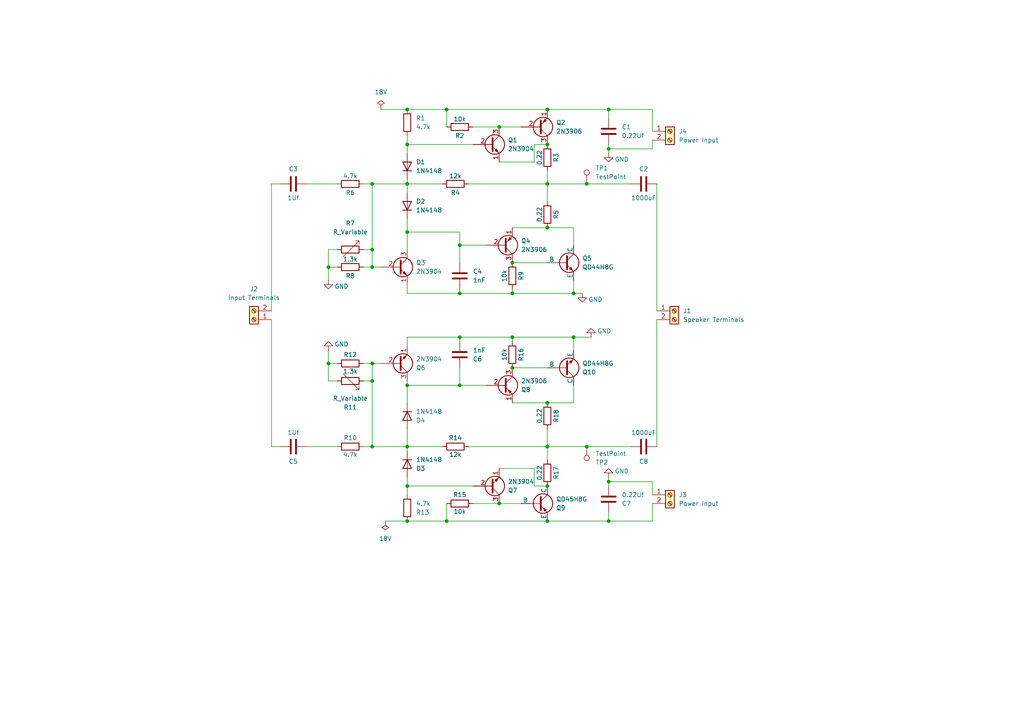
<source format=kicad_sch>
(kicad_sch (version 20231120) (generator "eeschema") (generator_version "8.0")
  (paper "A4")
  (lib_symbols
    (symbol "Connector:Screw_Terminal_01x02" (pin_names (offset 1.016) hide)
      (property "Reference" "J" (at 0 2.54 0))
      (property "Value" "Screw_Terminal_01x02" (at 0 -5.08 0))
      (symbol "Screw_Terminal_01x02_1_1"
        (rectangle (start -1.27 1.27) (end 1.27 -3.81) (stroke (width 0.254)) (fill (type background)))
        (circle (center 0 -2.54) (radius 0.635) (stroke (width 0.1524)))
        (polyline (pts (xy -0.5334 -2.2098) (xy 0.3302 -3.048)) (stroke (width 0.1524)))
        (polyline (pts (xy -0.5334 0.3302) (xy 0.3302 -0.508)) (stroke (width 0.1524)))
        (polyline (pts (xy -0.3556 -2.032) (xy 0.508 -2.8702)) (stroke (width 0.1524)))
        (polyline (pts (xy -0.3556 0.508) (xy 0.508 -0.3302)) (stroke (width 0.1524)))
        (circle (center 0 0) (radius 0.635) (stroke (width 0.1524)))
        (pin passive line (at -5.08 0 0) (length 3.81) (name "Pin_1") (number "1"))
        (pin passive line (at -5.08 -2.54 0) (length 3.81) (name "Pin_2") (number "2"))
      )
    )
    (symbol "Connector:TestPoint" (pin_numbers hide) (pin_names (offset 0.762) hide)
      (property "Reference" "TP" (at 0 6.858 0))
      (property "Value" "TestPoint" (at 0 5.08 0))
      (symbol "TestPoint_0_1"
        (circle (center 0 3.302) (radius 0.762))
      )
      (symbol "TestPoint_1_1"
        (pin passive line (at 0 0 90) (length 2.54) (name "1") (number "1"))
      )
    )
    (symbol "Device:C" (pin_numbers hide) (pin_names (offset 0.254))
      (property "Reference" "C" (at 0.635 2.54 0))
      (property "Value" "C" (at 0.635 -2.54 0))
      (symbol "C_0_1"
        (polyline (pts (xy -2.032 -0.762) (xy 2.032 -0.762)) (stroke (width 0.508)))
        (polyline (pts (xy -2.032 0.762) (xy 2.032 0.762)) (stroke (width 0.508)))
      )
      (symbol "C_1_1"
        (pin passive line (at 0 3.81 270) (length 2.794) (name "~") (number "1"))
        (pin passive line (at 0 -3.81 90) (length 2.794) (name "~") (number "2"))
      )
    )
    (symbol "Device:R" (pin_numbers hide) (pin_names (offset 0))
      (property "Reference" "R" (at 2.032 0 90))
      (property "Value" "R" (at 0 0 90))
      (symbol "R_0_1"
        (rectangle (start -1.016 -2.54) (end 1.016 2.54) (stroke (width 0.254)))
      )
      (symbol "R_1_1"
        (pin passive line (at 0 3.81 270) (length 1.27) (name "~") (number "1"))
        (pin passive line (at 0 -3.81 90) (length 1.27) (name "~") (number "2"))
      )
    )
    (symbol "Device:R_Variable" (pin_numbers hide) (pin_names (offset 0))
      (property "Reference" "R" (at 2.54 -2.54 90))
      (property "Value" "R_Variable" (at -2.54 -1.27 90))
      (symbol "R_Variable_0_1"
        (rectangle (start -1.016 -2.54) (end 1.016 2.54) (stroke (width 0.254)))
        (polyline (pts (xy 2.54 1.524) (xy 2.54 2.54) (xy 1.524 2.54) (xy 2.54 2.54) (xy -2.032 -2.032)))
      )
      (symbol "R_Variable_1_1"
        (pin passive line (at 0 3.81 270) (length 1.27) (name "~") (number "1"))
        (pin passive line (at 0 -3.81 90) (length 1.27) (name "~") (number "2"))
      )
    )
    (symbol "Diode:1N4148" (pin_numbers hide) (pin_names hide)
      (property "Reference" "D" (at 0 2.54 0))
      (property "Value" "1N4148" (at 0 -2.54 0))
      (symbol "1N4148_0_1"
        (polyline (pts (xy -1.27 1.27) (xy -1.27 -1.27)) (stroke (width 0.254)))
        (polyline (pts (xy 1.27 0) (xy -1.27 0)))
        (polyline (pts (xy 1.27 1.27) (xy 1.27 -1.27) (xy -1.27 0) (xy 1.27 1.27)) (stroke (width 0.254)))
      )
      (symbol "1N4148_1_1"
        (pin passive line (at -3.81 0 0) (length 2.54) (name "K") (number "1"))
        (pin passive line (at 3.81 0 180) (length 2.54) (name "A") (number "2"))
      )
    )
    (symbol "Simulation_SPICE:NPN" (pin_numbers hide) (pin_names (offset 0))
      (property "Reference" "Q" (at -2.54 7.62 0))
      (property "Value" "NPN" (at -2.54 5.08 0))
      (symbol "NPN_0_1"
        (polyline (pts (xy -2.54 0) (xy 0.635 0)) (stroke (width 0.1524)))
        (polyline (pts (xy 0.635 0.635) (xy 2.54 2.54)))
        (polyline (pts (xy 2.794 -1.27) (xy 2.794 -1.27)) (stroke (width 0.1524)))
        (polyline (pts (xy 2.794 -1.27) (xy 2.794 -1.27)) (stroke (width 0.1524)))
        (polyline (pts (xy 0.635 -0.635) (xy 2.54 -2.54) (xy 2.54 -2.54)))
        (polyline (pts (xy 0.635 1.905) (xy 0.635 -1.905) (xy 0.635 -1.905)) (stroke (width 0.508)))
        (polyline (pts (xy 1.27 -1.778) (xy 1.778 -1.27) (xy 2.286 -2.286) (xy 1.27 -1.778) (xy 1.27 -1.778)) (fill (type outline)))
        (circle (center 1.27 0) (radius 2.8194) (stroke (width 0.254)))
      )
      (symbol "NPN_1_1"
        (pin open_collector line (at 2.54 5.08 270) (length 2.54) (name "C") (number "1"))
        (pin input line (at -5.08 0 0) (length 2.54) (name "B") (number "2"))
        (pin open_emitter line (at 2.54 -5.08 90) (length 2.54) (name "E") (number "3"))
      )
    )
    (symbol "Simulation_SPICE:PNP" (pin_numbers hide) (pin_names (offset 0))
      (property "Reference" "Q" (at -2.54 7.62 0))
      (property "Value" "PNP" (at -2.54 5.08 0))
      (symbol "PNP_0_1"
        (polyline (pts (xy -2.54 0) (xy 0.635 0)) (stroke (width 0.1524)))
        (polyline (pts (xy 0.635 0.635) (xy 2.54 2.54)))
        (polyline (pts (xy 0.635 -0.635) (xy 2.54 -2.54) (xy 2.54 -2.54)))
        (polyline (pts (xy 0.635 1.905) (xy 0.635 -1.905) (xy 0.635 -1.905)) (stroke (width 0.508)))
        (polyline (pts (xy 2.286 -1.778) (xy 1.778 -2.286) (xy 1.27 -1.27) (xy 2.286 -1.778) (xy 2.286 -1.778)) (fill (type outline)))
        (circle (center 1.27 0) (radius 2.8194) (stroke (width 0.254)))
      )
      (symbol "PNP_1_1"
        (pin open_collector line (at 2.54 5.08 270) (length 2.54) (name "C") (number "1"))
        (pin input line (at -5.08 0 0) (length 2.54) (name "B") (number "2"))
        (pin open_emitter line (at 2.54 -5.08 90) (length 2.54) (name "E") (number "3"))
      )
    )
    (symbol "Transistor_BJT:2N3904" (pin_names (offset 0) hide)
      (property "Reference" "Q" (at 5.08 1.905 0))
      (property "Value" "2N3904" (at 5.08 0 0))
      (symbol "2N3904_0_1"
        (polyline (pts (xy 0.635 0.635) (xy 2.54 2.54)))
        (polyline (pts (xy 0.635 -0.635) (xy 2.54 -2.54) (xy 2.54 -2.54)))
        (polyline (pts (xy 0.635 1.905) (xy 0.635 -1.905) (xy 0.635 -1.905)) (stroke (width 0.508)))
        (polyline (pts (xy 1.27 -1.778) (xy 1.778 -1.27) (xy 2.286 -2.286) (xy 1.27 -1.778) (xy 1.27 -1.778)) (fill (type outline)))
        (circle (center 1.27 0) (radius 2.8194) (stroke (width 0.254)))
      )
      (symbol "2N3904_1_1"
        (pin passive line (at 2.54 -5.08 90) (length 2.54) (name "E") (number "1"))
        (pin passive line (at -5.08 0 0) (length 5.715) (name "B") (number "2"))
        (pin passive line (at 2.54 5.08 270) (length 2.54) (name "C") (number "3"))
      )
    )
    (symbol "Transistor_BJT:2N3906" (pin_names (offset 0) hide)
      (property "Reference" "Q" (at 5.08 1.905 0))
      (property "Value" "2N3906" (at 5.08 0 0))
      (symbol "2N3906_0_1"
        (polyline (pts (xy 0.635 0.635) (xy 2.54 2.54)))
        (polyline (pts (xy 0.635 -0.635) (xy 2.54 -2.54) (xy 2.54 -2.54)))
        (polyline (pts (xy 0.635 1.905) (xy 0.635 -1.905) (xy 0.635 -1.905)) (stroke (width 0.508)))
        (polyline (pts (xy 2.286 -1.778) (xy 1.778 -2.286) (xy 1.27 -1.27) (xy 2.286 -1.778) (xy 2.286 -1.778)) (fill (type outline)))
        (circle (center 1.27 0) (radius 2.8194) (stroke (width 0.254)))
      )
      (symbol "2N3906_1_1"
        (pin passive line (at 2.54 -5.08 90) (length 2.54) (name "E") (number "1"))
        (pin input line (at -5.08 0 0) (length 5.715) (name "B") (number "2"))
        (pin passive line (at 2.54 5.08 270) (length 2.54) (name "C") (number "3"))
      )
    )
    (symbol "power:GND" (power) (pin_numbers hide) (pin_names (offset 0) hide)
      (property "Value" "GND" (at 0 -3.81 0))
      (symbol "GND_0_1"
        (polyline (pts (xy 0 0) (xy 0 -1.27) (xy 1.27 -1.27) (xy 0 -2.54) (xy -1.27 -1.27) (xy 0 -1.27)))
      )
      (symbol "GND_1_1"
        (pin power_in line (at 0 0 270) (length 0) (name "~") (number "1"))
      )
    )
    (symbol "power:PWR_FLAG" (power) (pin_numbers hide) (pin_names (offset 0) hide)
      (property "Value" "PWR_FLAG" (at 0 3.81 0))
      (symbol "PWR_FLAG_0_0"
        (pin power_out line (at 0 0 90) (length 0) (name "~") (number "1"))
      )
      (symbol "PWR_FLAG_0_1"
        (polyline (pts (xy 0 0) (xy 0 1.27) (xy -1.016 1.905) (xy 0 2.54) (xy 1.016 1.905) (xy 0 1.27)))
      )
    )
  )
  (junction (at 176.53 31.75))
  (junction (at 107.95 129.54))
  (junction (at 118.11 31.75))
  (junction (at 158.75 31.75))
  (junction (at 107.95 110.49))
  (junction (at 133.35 85.09))
  (junction (at 170.18 129.54))
  (junction (at 118.11 67.31))
  (junction (at 176.53 139.7))
  (junction (at 107.95 105.41))
  (junction (at 107.95 77.47))
  (junction (at 144.78 146.05))
  (junction (at 133.35 71.12))
  (junction (at 118.11 53.34))
  (junction (at 95.25 105.41))
  (junction (at 148.59 97.79))
  (junction (at 144.78 36.83))
  (junction (at 118.11 140.97))
  (junction (at 148.59 106.68))
  (junction (at 176.53 43.18))
  (junction (at 118.11 151.13))
  (junction (at 158.75 116.84))
  (junction (at 118.11 129.54))
  (junction (at 158.75 151.13))
  (junction (at 148.59 85.09))
  (junction (at 118.11 41.91))
  (junction (at 129.54 31.75))
  (junction (at 158.75 129.54))
  (junction (at 95.25 77.47))
  (junction (at 133.35 111.76))
  (junction (at 148.59 76.2))
  (junction (at 170.18 53.34))
  (junction (at 107.95 72.39))
  (junction (at 158.75 140.97))
  (junction (at 166.37 97.79))
  (junction (at 158.75 53.34))
  (junction (at 129.54 151.13))
  (junction (at 176.53 151.13))
  (junction (at 118.11 111.76))
  (junction (at 158.75 41.91))
  (junction (at 133.35 97.79))
  (junction (at 166.37 85.09))
  (junction (at 107.95 53.34))
  (junction (at 158.75 66.04))
  (wire (pts (xy 190.5 92.71) (xy 190.5 129.54)))
  (wire (pts (xy 95.25 105.41) (xy 95.25 101.6)))
  (wire (pts (xy 107.95 105.41) (xy 107.95 110.49)))
  (wire (pts (xy 107.95 129.54) (xy 107.95 110.49)))
  (wire (pts (xy 97.79 105.41) (xy 95.25 105.41)))
  (wire (pts (xy 78.74 53.34) (xy 81.28 53.34)))
  (wire (pts (xy 118.11 31.75) (xy 129.54 31.75)))
  (wire (pts (xy 137.16 36.83) (xy 144.78 36.83)))
  (wire (pts (xy 158.75 41.91) (xy 154.94 41.91)))
  (wire (pts (xy 78.74 92.71) (xy 78.74 129.54)))
  (wire (pts (xy 135.89 129.54) (xy 158.75 129.54)))
  (wire (pts (xy 133.35 83.82) (xy 133.35 85.09)))
  (wire (pts (xy 189.23 146.05) (xy 189.23 151.13)))
  (wire (pts (xy 158.75 66.04) (xy 166.37 66.04)))
  (wire (pts (xy 133.35 71.12) (xy 133.35 76.2)))
  (wire (pts (xy 107.95 77.47) (xy 107.95 72.39)))
  (wire (pts (xy 105.41 77.47) (xy 107.95 77.47)))
  (wire (pts (xy 105.41 129.54) (xy 107.95 129.54)))
  (wire (pts (xy 158.75 129.54) (xy 158.75 124.46)))
  (wire (pts (xy 176.53 151.13) (xy 189.23 151.13)))
  (wire (pts (xy 137.16 146.05) (xy 144.78 146.05)))
  (wire (pts (xy 105.41 110.49) (xy 107.95 110.49)))
  (wire (pts (xy 118.11 143.51) (xy 118.11 140.97)))
  (wire (pts (xy 118.11 140.97) (xy 118.11 138.43)))
  (wire (pts (xy 97.79 110.49) (xy 95.25 110.49)))
  (wire (pts (xy 166.37 66.04) (xy 166.37 71.12)))
  (wire (pts (xy 118.11 116.84) (xy 118.11 111.76)))
  (wire (pts (xy 118.11 53.34) (xy 118.11 55.88)))
  (wire (pts (xy 158.75 129.54) (xy 170.18 129.54)))
  (wire (pts (xy 133.35 111.76) (xy 140.97 111.76)))
  (wire (pts (xy 95.25 110.49) (xy 95.25 105.41)))
  (wire (pts (xy 118.11 53.34) (xy 118.11 52.07)))
  (wire (pts (xy 154.94 41.91) (xy 154.94 46.99)))
  (wire (pts (xy 144.78 135.89) (xy 154.94 135.89)))
  (wire (pts (xy 176.53 138.43) (xy 176.53 139.7)))
  (wire (pts (xy 118.11 111.76) (xy 133.35 111.76)))
  (wire (pts (xy 190.5 53.34) (xy 190.5 90.17)))
  (wire (pts (xy 95.25 72.39) (xy 95.25 77.47)))
  (wire (pts (xy 118.11 151.13) (xy 129.54 151.13)))
  (wire (pts (xy 158.75 31.75) (xy 176.53 31.75)))
  (wire (pts (xy 118.11 111.76) (xy 118.11 110.49)))
  (wire (pts (xy 129.54 31.75) (xy 129.54 36.83)))
  (wire (pts (xy 133.35 97.79) (xy 148.59 97.79)))
  (wire (pts (xy 158.75 140.97) (xy 154.94 140.97)))
  (wire (pts (xy 107.95 77.47) (xy 110.49 77.47)))
  (wire (pts (xy 97.79 72.39) (xy 95.25 72.39)))
  (wire (pts (xy 128.27 53.34) (xy 118.11 53.34)))
  (wire (pts (xy 133.35 85.09) (xy 148.59 85.09)))
  (wire (pts (xy 129.54 151.13) (xy 158.75 151.13)))
  (wire (pts (xy 118.11 67.31) (xy 118.11 72.39)))
  (wire (pts (xy 105.41 105.41) (xy 107.95 105.41)))
  (wire (pts (xy 128.27 129.54) (xy 118.11 129.54)))
  (wire (pts (xy 176.53 44.45) (xy 176.53 43.18)))
  (wire (pts (xy 176.53 43.18) (xy 189.23 43.18)))
  (wire (pts (xy 189.23 143.51) (xy 189.23 139.7)))
  (wire (pts (xy 97.79 77.47) (xy 95.25 77.47)))
  (wire (pts (xy 118.11 39.37) (xy 118.11 41.91)))
  (wire (pts (xy 176.53 139.7) (xy 176.53 140.97)))
  (wire (pts (xy 148.59 97.79) (xy 166.37 97.79)))
  (wire (pts (xy 105.41 72.39) (xy 107.95 72.39)))
  (wire (pts (xy 107.95 105.41) (xy 110.49 105.41)))
  (wire (pts (xy 158.75 53.34) (xy 170.18 53.34)))
  (wire (pts (xy 144.78 36.83) (xy 151.13 36.83)))
  (wire (pts (xy 144.78 146.05) (xy 151.13 146.05)))
  (wire (pts (xy 118.11 41.91) (xy 118.11 44.45)))
  (wire (pts (xy 148.59 66.04) (xy 158.75 66.04)))
  (wire (pts (xy 88.9 129.54) (xy 97.79 129.54)))
  (wire (pts (xy 105.41 53.34) (xy 107.95 53.34)))
  (wire (pts (xy 118.11 100.33) (xy 118.11 97.79)))
  (wire (pts (xy 166.37 101.6) (xy 166.37 97.79)))
  (wire (pts (xy 88.9 53.34) (xy 97.79 53.34)))
  (wire (pts (xy 110.49 31.75) (xy 118.11 31.75)))
  (wire (pts (xy 148.59 83.82) (xy 148.59 85.09)))
  (wire (pts (xy 95.25 77.47) (xy 95.25 81.28)))
  (wire (pts (xy 111.76 151.13) (xy 118.11 151.13)))
  (wire (pts (xy 158.75 151.13) (xy 176.53 151.13)))
  (wire (pts (xy 118.11 129.54) (xy 118.11 130.81)))
  (wire (pts (xy 118.11 129.54) (xy 118.11 124.46)))
  (wire (pts (xy 166.37 81.28) (xy 166.37 85.09)))
  (wire (pts (xy 129.54 31.75) (xy 158.75 31.75)))
  (wire (pts (xy 166.37 116.84) (xy 166.37 111.76)))
  (wire (pts (xy 176.53 151.13) (xy 176.53 148.59)))
  (wire (pts (xy 133.35 111.76) (xy 133.35 106.68)))
  (wire (pts (xy 78.74 53.34) (xy 78.74 90.17)))
  (wire (pts (xy 176.53 43.18) (xy 176.53 41.91)))
  (wire (pts (xy 176.53 139.7) (xy 189.23 139.7)))
  (wire (pts (xy 158.75 116.84) (xy 166.37 116.84)))
  (wire (pts (xy 148.59 76.2) (xy 158.75 76.2)))
  (wire (pts (xy 176.53 31.75) (xy 176.53 34.29)))
  (wire (pts (xy 107.95 129.54) (xy 118.11 129.54)))
  (wire (pts (xy 189.23 40.64) (xy 189.23 43.18)))
  (wire (pts (xy 118.11 41.91) (xy 137.16 41.91)))
  (wire (pts (xy 189.23 38.1) (xy 189.23 31.75)))
  (wire (pts (xy 107.95 53.34) (xy 107.95 72.39)))
  (wire (pts (xy 166.37 85.09) (xy 168.91 85.09)))
  (wire (pts (xy 166.37 97.79) (xy 171.45 97.79)))
  (wire (pts (xy 118.11 67.31) (xy 133.35 67.31)))
  (wire (pts (xy 158.75 53.34) (xy 158.75 58.42)))
  (wire (pts (xy 176.53 31.75) (xy 189.23 31.75)))
  (wire (pts (xy 118.11 63.5) (xy 118.11 67.31)))
  (wire (pts (xy 118.11 140.97) (xy 137.16 140.97)))
  (wire (pts (xy 133.35 67.31) (xy 133.35 71.12)))
  (wire (pts (xy 118.11 82.55) (xy 118.11 85.09)))
  (wire (pts (xy 133.35 99.06) (xy 133.35 97.79)))
  (wire (pts (xy 118.11 85.09) (xy 133.35 85.09)))
  (wire (pts (xy 118.11 97.79) (xy 133.35 97.79)))
  (wire (pts (xy 148.59 85.09) (xy 166.37 85.09)))
  (wire (pts (xy 148.59 116.84) (xy 158.75 116.84)))
  (wire (pts (xy 144.78 46.99) (xy 154.94 46.99)))
  (wire (pts (xy 158.75 53.34) (xy 158.75 49.53)))
  (wire (pts (xy 170.18 53.34) (xy 182.88 53.34)))
  (wire (pts (xy 148.59 99.06) (xy 148.59 97.79)))
  (wire (pts (xy 135.89 53.34) (xy 158.75 53.34)))
  (wire (pts (xy 129.54 151.13) (xy 129.54 146.05)))
  (wire (pts (xy 78.74 129.54) (xy 81.28 129.54)))
  (wire (pts (xy 107.95 53.34) (xy 118.11 53.34)))
  (wire (pts (xy 170.18 129.54) (xy 182.88 129.54)))
  (wire (pts (xy 158.75 129.54) (xy 158.75 133.35)))
  (wire (pts (xy 133.35 71.12) (xy 140.97 71.12)))
  (wire (pts (xy 154.94 140.97) (xy 154.94 135.89)))
  (wire (pts (xy 148.59 106.68) (xy 158.75 106.68)))
  (symbol (lib_id "Device:C") (at 176.53 144.78 0) (mirror x) (unit 1)
    (property "Reference" "C7" (at 180.34 146.0501 0) (effects (justify left)))
    (property "Value" "0.22Uf" (at 180.34 143.5101 0) (effects (justify left)))
    (property "Description" "Unpolarized capacitor" (effects (hide yes)))
  )
  (symbol (lib_id "Simulation_SPICE:NPN") (at 163.83 76.2 0) (unit 1)
    (property "Reference" "Q5" (at 168.91 74.9299 0) (effects (justify left)))
    (property "Value" "QD44H8G" (at 168.91 77.4699 0) (effects (justify left)))
    (property "Datasheet" "https://ngspice.sourceforge.io/docs/ngspice-html-manual/manual.xhtml#cha_BJTs" (effects (hide yes)))
    (property "Description" "Bipolar transistor symbol for simulation only, substrate tied to the emitter" (effects (hide yes)))
    (property "Sim.Device" "NPN" (effects (hide yes)))
    (property "Sim.Type" "GUMMELPOON" (effects (hide yes)))
    (property "Sim.Pins" "1=C 2=B 3=E" (effects (hide yes)))
  )
  (symbol (lib_id "Device:R") (at 158.75 120.65 0) (mirror x) (unit 1)
    (property "Reference" "R18" (at 161.29 120.65 90))
    (property "Value" "0.22" (at 156.464 120.65 90))
    (property "Description" "Resistor" (effects (hide yes)))
  )
  (symbol (lib_id "Device:C") (at 186.69 53.34 90) (unit 1)
    (property "Reference" "C2" (at 186.69 49.022 90))
    (property "Value" "1000uF" (at 186.69 57.404 90))
    (property "Description" "Unpolarized capacitor" (effects (hide yes)))
  )
  (symbol (lib_id "Device:R") (at 132.08 129.54 270) (mirror x) (unit 1)
    (property "Reference" "R14" (at 132.08 127 90))
    (property "Value" "12k" (at 132.08 131.826 90))
    (property "Description" "Resistor" (effects (hide yes)))
  )
  (symbol (lib_id "power:GND") (at 176.53 138.43 0) (mirror x) (unit 1)
    (property "Reference" "#PWR06" (effects (hide yes)))
    (property "Value" "GND" (at 180.34 136.652 0))
    (property "Description" "Power symbol creates a global label with name \"GND\" , ground" (effects (hide yes)))
  )
  (symbol (lib_id "Device:R") (at 133.35 36.83 270) (unit 1)
    (property "Reference" "R2" (at 133.35 39.37 90))
    (property "Value" "10k" (at 133.35 34.544 90))
    (property "Description" "Resistor" (effects (hide yes)))
  )
  (symbol (lib_id "Device:R") (at 101.6 53.34 270) (unit 1)
    (property "Reference" "R6" (at 101.6 55.88 90))
    (property "Value" "4.7k" (at 101.6 51.054 90))
    (property "Description" "Resistor" (effects (hide yes)))
  )
  (symbol (lib_id "Device:C") (at 186.69 129.54 90) (mirror x) (unit 1)
    (property "Reference" "C8" (at 186.69 133.858 90))
    (property "Value" "1000uF" (at 186.69 125.476 90))
    (property "Description" "Unpolarized capacitor" (effects (hide yes)))
  )
  (symbol (lib_id "Device:R") (at 158.75 62.23 0) (unit 1)
    (property "Reference" "R5" (at 161.29 62.23 90))
    (property "Value" "0.22" (at 156.464 62.23 90))
    (property "Description" "Resistor" (effects (hide yes)))
  )
  (symbol (lib_id "Device:C") (at 85.09 53.34 90) (unit 1)
    (property "Reference" "C3" (at 85.09 49.022 90))
    (property "Value" "1Uf" (at 85.09 57.404 90))
    (property "Description" "Unpolarized capacitor" (effects (hide yes)))
  )
  (symbol (lib_id "Connector:TestPoint") (at 170.18 129.54 0) (mirror x) (unit 1)
    (property "Reference" "TP2" (at 172.72 134.1121 0) (effects (justify left)))
    (property "Value" "TestPoint" (at 172.72 131.5721 0) (effects (justify left)))
    (property "Description" "test point" (effects (hide yes)))
  )
  (symbol (lib_id "Connector:TestPoint") (at 170.18 53.34 0) (unit 1)
    (property "Reference" "TP1" (at 172.72 48.7679 0) (effects (justify left)))
    (property "Value" "TestPoint" (at 172.72 51.3079 0) (effects (justify left)))
    (property "Description" "test point" (effects (hide yes)))
  )
  (symbol (lib_id "Diode:1N4148") (at 118.11 120.65 90) (mirror x) (unit 1)
    (property "Reference" "D4" (at 120.65 121.9201 90) (effects (justify right)))
    (property "Value" "1N4148" (at 120.65 119.3801 90) (effects (justify right)))
    (property "Footprint" "Diode_THT:D_DO-35_SOD27_P7.62mm_Horizontal" (effects (hide yes)))
    (property "Datasheet" "https://assets.nexperia.com/documents/data-sheet/1N4148_1N4448.pdf" (effects (hide yes)))
    (property "Description" "100V 0.15A standard switching diode, DO-35" (effects (hide yes)))
    (property "Sim.Device" "D" (effects (hide yes)))
    (property "Sim.Pins" "1=K 2=A" (effects (hide yes)))
  )
  (symbol (lib_id "Device:R_Variable") (at 101.6 72.39 270) (mirror x) (unit 1)
    (property "Reference" "R7" (at 101.6 64.77 90))
    (property "Value" "R_Variable" (at 101.6 67.31 90))
    (property "Description" "Variable resistor" (effects (hide yes)))
  )
  (symbol (lib_id "Device:R") (at 118.11 147.32 0) (mirror x) (unit 1)
    (property "Reference" "R13" (at 120.65 148.5901 0) (effects (justify left)))
    (property "Value" "4.7k" (at 120.65 146.0501 0) (effects (justify left)))
    (property "Description" "Resistor" (effects (hide yes)))
  )
  (symbol (lib_id "power:PWR_FLAG") (at 111.76 151.13 180) (unit 1)
    (property "Reference" "#FLG03" (effects (hide yes)))
    (property "Value" "18V" (at 111.76 156.21 0))
    (property "Description" "Special symbol for telling ERC where power comes from" (effects (hide yes)))
  )
  (symbol (lib_id "Device:R") (at 101.6 129.54 270) (mirror x) (unit 1)
    (property "Reference" "R10" (at 101.6 127 90))
    (property "Value" "4.7k" (at 101.6 131.826 90))
    (property "Description" "Resistor" (effects (hide yes)))
  )
  (symbol (lib_id "Device:C") (at 176.53 38.1 0) (unit 1)
    (property "Reference" "C1" (at 180.34 36.8299 0) (effects (justify left)))
    (property "Value" "0.22Uf" (at 180.34 39.3699 0) (effects (justify left)))
    (property "Description" "Unpolarized capacitor" (effects (hide yes)))
  )
  (symbol (lib_id "Simulation_SPICE:NPN") (at 163.83 106.68 0) (mirror x) (unit 1)
    (property "Reference" "Q10" (at 168.91 107.9501 0) (effects (justify left)))
    (property "Value" "QD44H8G" (at 168.91 105.4101 0) (effects (justify left)))
    (property "Datasheet" "https://ngspice.sourceforge.io/docs/ngspice-html-manual/manual.xhtml#cha_BJTs" (effects (hide yes)))
    (property "Description" "Bipolar transistor symbol for simulation only, substrate tied to the emitter" (effects (hide yes)))
    (property "Sim.Device" "NPN" (effects (hide yes)))
    (property "Sim.Type" "GUMMELPOON" (effects (hide yes)))
    (property "Sim.Pins" "1=C 2=B 3=E" (effects (hide yes)))
  )
  (symbol (lib_id "Device:R") (at 148.59 102.87 0) (mirror x) (unit 1)
    (property "Reference" "R16" (at 151.13 102.87 90))
    (property "Value" "10k" (at 146.304 102.87 90))
    (property "Description" "Resistor" (effects (hide yes)))
  )
  (symbol (lib_id "Connector:Screw_Terminal_01x02") (at 73.66 92.71 180) (unit 1)
    (property "Reference" "J2" (at 73.66 83.82 0))
    (property "Value" "Input Terminals" (at 73.66 86.36 0))
    (property "Description" "Generic screw terminal, single row, 01x02, script generated (kicad-library-utils/schlib/autogen/connector/)" (effects (hide yes)))
  )
  (symbol (lib_id "Device:R") (at 132.08 53.34 270) (unit 1)
    (property "Reference" "R4" (at 132.08 55.88 90))
    (property "Value" "12k" (at 132.08 51.054 90))
    (property "Description" "Resistor" (effects (hide yes)))
  )
  (symbol (lib_id "power:GND") (at 171.45 97.79 0) (mirror x) (unit 1)
    (property "Reference" "#PWR05" (effects (hide yes)))
    (property "Value" "GND" (at 175.26 96.012 0))
    (property "Description" "Power symbol creates a global label with name \"GND\" , ground" (effects (hide yes)))
  )
  (symbol (lib_id "Device:R_Variable") (at 101.6 110.49 270) (unit 1)
    (property "Reference" "R11" (at 101.6 118.11 90))
    (property "Value" "R_Variable" (at 101.6 115.57 90))
    (property "Description" "Variable resistor" (effects (hide yes)))
  )
  (symbol (lib_id "Device:R") (at 158.75 137.16 0) (mirror x) (unit 1)
    (property "Reference" "R17" (at 161.29 137.16 90))
    (property "Value" "0.22" (at 156.464 137.16 90))
    (property "Description" "Resistor" (effects (hide yes)))
  )
  (symbol (lib_id "Device:C") (at 133.35 80.01 0) (unit 1)
    (property "Reference" "C4" (at 137.16 78.7399 0) (effects (justify left)))
    (property "Value" "1nF" (at 137.16 81.2799 0) (effects (justify left)))
    (property "Description" "Unpolarized capacitor" (effects (hide yes)))
  )
  (symbol (lib_id "Diode:1N4148") (at 118.11 134.62 90) (mirror x) (unit 1)
    (property "Reference" "D3" (at 120.65 135.8901 90) (effects (justify right)))
    (property "Value" "1N4148" (at 120.65 133.3501 90) (effects (justify right)))
    (property "Footprint" "Diode_THT:D_DO-35_SOD27_P7.62mm_Horizontal" (effects (hide yes)))
    (property "Datasheet" "https://assets.nexperia.com/documents/data-sheet/1N4148_1N4448.pdf" (effects (hide yes)))
    (property "Description" "100V 0.15A standard switching diode, DO-35" (effects (hide yes)))
    (property "Sim.Device" "D" (effects (hide yes)))
    (property "Sim.Pins" "1=K 2=A" (effects (hide yes)))
  )
  (symbol (lib_id "Transistor_BJT:2N3904") (at 115.57 77.47 0) (unit 1)
    (property "Reference" "Q3" (at 120.65 76.1999 0) (effects (justify left)))
    (property "Value" "2N3904" (at 120.65 78.7399 0) (effects (justify left)))
    (property "Footprint" "Package_TO_SOT_THT:TO-92_Inline" (effects (hide yes)))
    (property "Datasheet" "https://www.onsemi.com/pub/Collateral/2N3903-D.PDF" (effects (hide yes)))
    (property "Description" "0.2A Ic, 40V Vce, Small Signal NPN Transistor, TO-92" (effects (hide yes)))
  )
  (symbol (lib_id "Connector:Screw_Terminal_01x02") (at 194.31 143.51 0) (unit 1)
    (property "Reference" "J3" (at 196.85 143.5099 0) (effects (justify left)))
    (property "Value" "Power Input" (at 196.85 146.0499 0) (effects (justify left)))
    (property "Description" "Generic screw terminal, single row, 01x02, script generated (kicad-library-utils/schlib/autogen/connector/)" (effects (hide yes)))
  )
  (symbol (lib_id "power:PWR_FLAG") (at 110.49 31.75 0) (unit 1)
    (property "Reference" "#FLG01" (effects (hide yes)))
    (property "Value" "18V" (at 110.49 26.67 0))
    (property "Description" "Special symbol for telling ERC where power comes from" (effects (hide yes)))
  )
  (symbol (lib_id "Simulation_SPICE:PNP") (at 156.21 146.05 0) (unit 1)
    (property "Reference" "Q9" (at 161.29 147.3201 0) (effects (justify left)))
    (property "Value" "QD45H8G" (at 161.29 144.7801 0) (effects (justify left)))
    (property "Datasheet" "https://ngspice.sourceforge.io/docs/ngspice-html-manual/manual.xhtml#cha_BJTs" (effects (hide yes)))
    (property "Description" "Bipolar transistor symbol for simulation only, substrate tied to the emitter" (effects (hide yes)))
    (property "Sim.Device" "PNP" (effects (hide yes)))
    (property "Sim.Type" "GUMMELPOON" (effects (hide yes)))
    (property "Sim.Pins" "1=C 2=B 3=E" (effects (hide yes)))
  )
  (symbol (lib_id "Device:R") (at 101.6 105.41 270) (mirror x) (unit 1)
    (property "Reference" "R12" (at 101.6 102.87 90))
    (property "Value" "1.3k" (at 101.6 107.696 90))
    (property "Description" "Resistor" (effects (hide yes)))
  )
  (symbol (lib_id "power:GND") (at 176.53 44.45 0) (unit 1)
    (property "Reference" "#PWR01" (effects (hide yes)))
    (property "Value" "GND" (at 180.34 46.228 0))
    (property "Description" "Power symbol creates a global label with name \"GND\" , ground" (effects (hide yes)))
  )
  (symbol (lib_id "Transistor_BJT:2N3904") (at 142.24 41.91 0) (unit 1)
    (property "Reference" "Q1" (at 147.32 40.6399 0) (effects (justify left)))
    (property "Value" "2N3904" (at 147.32 43.1799 0) (effects (justify left)))
    (property "Footprint" "Package_TO_SOT_THT:TO-92_Inline" (effects (hide yes)))
    (property "Datasheet" "https://www.onsemi.com/pub/Collateral/2N3903-D.PDF" (effects (hide yes)))
    (property "Description" "0.2A Ic, 40V Vce, Small Signal NPN Transistor, TO-92" (effects (hide yes)))
  )
  (symbol (lib_id "Device:C") (at 133.35 102.87 0) (mirror x) (unit 1)
    (property "Reference" "C6" (at 137.16 104.1401 0) (effects (justify left)))
    (property "Value" "1nF" (at 137.16 101.6001 0) (effects (justify left)))
    (property "Description" "Unpolarized capacitor" (effects (hide yes)))
  )
  (symbol (lib_id "power:GND") (at 95.25 101.6 0) (mirror x) (unit 1)
    (property "Reference" "#PWR04" (effects (hide yes)))
    (property "Value" "GND" (at 99.06 99.822 0))
    (property "Description" "Power symbol creates a global label with name \"GND\" , ground" (effects (hide yes)))
  )
  (symbol (lib_id "Connector:Screw_Terminal_01x02") (at 194.31 38.1 0) (unit 1)
    (property "Reference" "J4" (at 196.85 38.0999 0) (effects (justify left)))
    (property "Value" "Power Input" (at 196.85 40.6399 0) (effects (justify left)))
    (property "Description" "Generic screw terminal, single row, 01x02, script generated (kicad-library-utils/schlib/autogen/connector/)" (effects (hide yes)))
  )
  (symbol (lib_id "Device:R") (at 101.6 77.47 270) (unit 1)
    (property "Reference" "R8" (at 101.6 80.01 90))
    (property "Value" "1.3k" (at 101.6 75.184 90))
    (property "Description" "Resistor" (effects (hide yes)))
  )
  (symbol (lib_id "Transistor_BJT:2N3906") (at 156.21 36.83 0) (mirror x) (unit 1)
    (property "Reference" "Q2" (at 161.29 35.5599 0) (effects (justify left)))
    (property "Value" "2N3906" (at 161.29 38.0999 0) (effects (justify left)))
    (property "Footprint" "Package_TO_SOT_THT:TO-92_Inline" (effects (hide yes)))
    (property "Datasheet" "https://www.onsemi.com/pub/Collateral/2N3906-D.PDF" (effects (hide yes)))
    (property "Description" "-0.2A Ic, -40V Vce, Small Signal PNP Transistor, TO-92" (effects (hide yes)))
  )
  (symbol (lib_id "Transistor_BJT:2N3906") (at 146.05 71.12 0) (mirror x) (unit 1)
    (property "Reference" "Q4" (at 151.13 69.8499 0) (effects (justify left)))
    (property "Value" "2N3906" (at 151.13 72.3899 0) (effects (justify left)))
    (property "Footprint" "Package_TO_SOT_THT:TO-92_Inline" (effects (hide yes)))
    (property "Datasheet" "https://www.onsemi.com/pub/Collateral/2N3906-D.PDF" (effects (hide yes)))
    (property "Description" "-0.2A Ic, -40V Vce, Small Signal PNP Transistor, TO-92" (effects (hide yes)))
  )
  (symbol (lib_id "Device:C") (at 85.09 129.54 90) (mirror x) (unit 1)
    (property "Reference" "C5" (at 85.09 133.858 90))
    (property "Value" "1Uf" (at 85.09 125.476 90))
    (property "Description" "Unpolarized capacitor" (effects (hide yes)))
  )
  (symbol (lib_id "Device:R") (at 148.59 80.01 0) (unit 1)
    (property "Reference" "R9" (at 151.13 80.01 90))
    (property "Value" "10k" (at 146.304 80.01 90))
    (property "Description" "Resistor" (effects (hide yes)))
  )
  (symbol (lib_id "Transistor_BJT:2N3906") (at 146.05 111.76 0) (unit 1)
    (property "Reference" "Q8" (at 151.13 113.0301 0) (effects (justify left)))
    (property "Value" "2N3906" (at 151.13 110.4901 0) (effects (justify left)))
    (property "Footprint" "Package_TO_SOT_THT:TO-92_Inline" (effects (hide yes)))
    (property "Datasheet" "https://www.onsemi.com/pub/Collateral/2N3906-D.PDF" (effects (hide yes)))
    (property "Description" "-0.2A Ic, -40V Vce, Small Signal PNP Transistor, TO-92" (effects (hide yes)))
  )
  (symbol (lib_id "power:GND") (at 168.91 85.09 0) (unit 1)
    (property "Reference" "#PWR03" (effects (hide yes)))
    (property "Value" "GND" (at 172.72 86.868 0))
    (property "Description" "Power symbol creates a global label with name \"GND\" , ground" (effects (hide yes)))
  )
  (symbol (lib_id "power:GND") (at 95.25 81.28 0) (unit 1)
    (property "Reference" "#PWR02" (effects (hide yes)))
    (property "Value" "GND" (at 99.06 83.058 0))
    (property "Description" "Power symbol creates a global label with name \"GND\" , ground" (effects (hide yes)))
  )
  (symbol (lib_id "Transistor_BJT:2N3904") (at 142.24 140.97 0) (mirror x) (unit 1)
    (property "Reference" "Q7" (at 147.32 142.2401 0) (effects (justify left)))
    (property "Value" "2N3904" (at 147.32 139.7001 0) (effects (justify left)))
    (property "Footprint" "Package_TO_SOT_THT:TO-92_Inline" (effects (hide yes)))
    (property "Datasheet" "https://www.onsemi.com/pub/Collateral/2N3903-D.PDF" (effects (hide yes)))
    (property "Description" "0.2A Ic, 40V Vce, Small Signal NPN Transistor, TO-92" (effects (hide yes)))
  )
  (symbol (lib_id "Connector:Screw_Terminal_01x02") (at 195.58 90.17 0) (unit 1)
    (property "Reference" "J1" (at 198.12 90.1699 0) (effects (justify left)))
    (property "Value" "Speaker Terminals" (at 198.12 92.7099 0) (effects (justify left)))
    (property "Description" "Generic screw terminal, single row, 01x02, script generated (kicad-library-utils/schlib/autogen/connector/)" (effects (hide yes)))
  )
  (symbol (lib_id "Device:R") (at 133.35 146.05 270) (mirror x) (unit 1)
    (property "Reference" "R15" (at 133.35 143.51 90))
    (property "Value" "10k" (at 133.35 148.336 90))
    (property "Description" "Resistor" (effects (hide yes)))
  )
  (symbol (lib_id "Diode:1N4148") (at 118.11 59.69 90) (unit 1)
    (property "Reference" "D2" (at 120.65 58.4199 90) (effects (justify right)))
    (property "Value" "1N4148" (at 120.65 60.9599 90) (effects (justify right)))
    (property "Footprint" "Diode_THT:D_DO-35_SOD27_P7.62mm_Horizontal" (effects (hide yes)))
    (property "Datasheet" "https://assets.nexperia.com/documents/data-sheet/1N4148_1N4448.pdf" (effects (hide yes)))
    (property "Description" "100V 0.15A standard switching diode, DO-35" (effects (hide yes)))
    (property "Sim.Device" "D" (effects (hide yes)))
    (property "Sim.Pins" "1=K 2=A" (effects (hide yes)))
  )
  (symbol (lib_id "Device:R") (at 158.75 45.72 0) (unit 1)
    (property "Reference" "R3" (at 161.29 45.72 90))
    (property "Value" "0.22" (at 156.464 45.72 90))
    (property "Description" "Resistor" (effects (hide yes)))
  )
  (symbol (lib_id "Diode:1N4148") (at 118.11 48.26 90) (unit 1)
    (property "Reference" "D1" (at 120.65 46.9899 90) (effects (justify right)))
    (property "Value" "1N4148" (at 120.65 49.5299 90) (effects (justify right)))
    (property "Footprint" "Diode_THT:D_DO-35_SOD27_P7.62mm_Horizontal" (effects (hide yes)))
    (property "Datasheet" "https://assets.nexperia.com/documents/data-sheet/1N4148_1N4448.pdf" (effects (hide yes)))
    (property "Description" "100V 0.15A standard switching diode, DO-35" (effects (hide yes)))
    (property "Sim.Device" "D" (effects (hide yes)))
    (property "Sim.Pins" "1=K 2=A" (effects (hide yes)))
  )
  (symbol (lib_id "Device:R") (at 118.11 35.56 0) (unit 1)
    (property "Reference" "R1" (at 120.65 34.2899 0) (effects (justify left)))
    (property "Value" "4.7k" (at 120.65 36.8299 0) (effects (justify left)))
    (property "Description" "Resistor" (effects (hide yes)))
  )
  (symbol (lib_id "Transistor_BJT:2N3904") (at 115.57 105.41 0) (mirror x) (unit 1)
    (property "Reference" "Q6" (at 120.65 106.6801 0) (effects (justify left)))
    (property "Value" "2N3904" (at 120.65 104.1401 0) (effects (justify left)))
    (property "Footprint" "Package_TO_SOT_THT:TO-92_Inline" (effects (hide yes)))
    (property "Datasheet" "https://www.onsemi.com/pub/Collateral/2N3903-D.PDF" (effects (hide yes)))
    (property "Description" "0.2A Ic, 40V Vce, Small Signal NPN Transistor, TO-92" (effects (hide yes)))
  )
)
</source>
